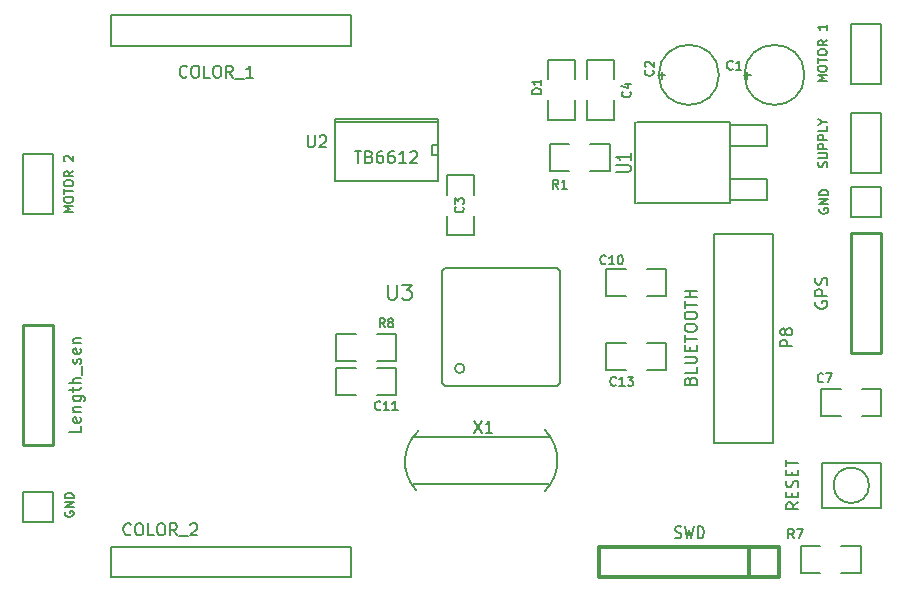
<source format=gto>
G04 (created by PCBNEW (2013-07-07 BZR 4022)-stable) date 09/12/2014 18:13:01*
%MOIN*%
G04 Gerber Fmt 3.4, Leading zero omitted, Abs format*
%FSLAX34Y34*%
G01*
G70*
G90*
G04 APERTURE LIST*
%ADD10C,0.00590551*%
%ADD11C,0.0051*%
%ADD12C,0.005*%
%ADD13C,0.01*%
%ADD14C,0.006*%
%ADD15C,0.012*%
%ADD16C,0.00787402*%
%ADD17C,0.0055*%
%ADD18C,0.008*%
%ADD19C,0.0075*%
G04 APERTURE END LIST*
G54D10*
X91378Y-52716D02*
G75*
G03X91299Y-54684I944J-1023D01*
G74*
G01*
X95590Y-54724D02*
G75*
G03X95590Y-52677I-1023J1023D01*
G74*
G01*
X95728Y-54488D02*
X91200Y-54488D01*
X91200Y-52913D02*
X95728Y-52913D01*
G54D11*
X92039Y-44389D02*
X88589Y-44389D01*
X92039Y-43521D02*
X91839Y-43521D01*
X92039Y-43171D02*
X91839Y-43171D01*
X91839Y-43521D02*
X91839Y-43171D01*
X92039Y-42421D02*
X88589Y-42421D01*
X88589Y-42303D02*
X92039Y-42303D01*
X88589Y-44389D02*
X88589Y-42303D01*
X92039Y-42303D02*
X92039Y-44389D01*
G54D12*
X88645Y-49490D02*
X88645Y-50390D01*
X88645Y-50390D02*
X89295Y-50390D01*
X89995Y-49490D02*
X90645Y-49490D01*
X90645Y-49490D02*
X90645Y-50390D01*
X90645Y-50390D02*
X89995Y-50390D01*
X89295Y-49490D02*
X88645Y-49490D01*
X104807Y-51321D02*
X104807Y-52221D01*
X104807Y-52221D02*
X105457Y-52221D01*
X106157Y-51321D02*
X106807Y-51321D01*
X106807Y-51321D02*
X106807Y-52221D01*
X106807Y-52221D02*
X106157Y-52221D01*
X105457Y-51321D02*
X104807Y-51321D01*
X92325Y-46196D02*
X93225Y-46196D01*
X93225Y-46196D02*
X93225Y-45546D01*
X92325Y-44846D02*
X92325Y-44196D01*
X92325Y-44196D02*
X93225Y-44196D01*
X93225Y-44196D02*
X93225Y-44846D01*
X92325Y-45546D02*
X92325Y-46196D01*
X97890Y-40338D02*
X96990Y-40338D01*
X96990Y-40338D02*
X96990Y-40988D01*
X97890Y-41688D02*
X97890Y-42338D01*
X97890Y-42338D02*
X96990Y-42338D01*
X96990Y-42338D02*
X96990Y-41688D01*
X97890Y-40988D02*
X97890Y-40338D01*
X106118Y-57438D02*
X106118Y-56538D01*
X106118Y-56538D02*
X105468Y-56538D01*
X104768Y-57438D02*
X104118Y-57438D01*
X104118Y-57438D02*
X104118Y-56538D01*
X104118Y-56538D02*
X104768Y-56538D01*
X105468Y-57438D02*
X106118Y-57438D01*
X95711Y-42338D02*
X96611Y-42338D01*
X96611Y-42338D02*
X96611Y-41688D01*
X95711Y-40988D02*
X95711Y-40338D01*
X95711Y-40338D02*
X96611Y-40338D01*
X96611Y-40338D02*
X96611Y-40988D01*
X95711Y-41688D02*
X95711Y-42338D01*
X97751Y-44052D02*
X97751Y-43152D01*
X97751Y-43152D02*
X97101Y-43152D01*
X96401Y-44052D02*
X95751Y-44052D01*
X95751Y-44052D02*
X95751Y-43152D01*
X95751Y-43152D02*
X96401Y-43152D01*
X97101Y-44052D02*
X97751Y-44052D01*
G54D10*
X89133Y-38858D02*
X81141Y-38858D01*
X81141Y-38858D02*
X81141Y-39881D01*
X81141Y-39881D02*
X89133Y-39881D01*
X89133Y-38858D02*
X89133Y-39881D01*
X89133Y-56574D02*
X81141Y-56574D01*
X81141Y-56574D02*
X81141Y-57598D01*
X81141Y-57598D02*
X89133Y-57598D01*
X89133Y-56574D02*
X89133Y-57598D01*
X101220Y-46141D02*
X103188Y-46141D01*
X103188Y-46141D02*
X103188Y-53129D01*
X103188Y-53129D02*
X101220Y-53129D01*
X101220Y-53129D02*
X101220Y-46141D01*
G54D13*
X106799Y-46129D02*
X106799Y-50129D01*
X105799Y-46129D02*
X105799Y-50129D01*
X105799Y-50129D02*
X106799Y-50129D01*
X106799Y-46129D02*
X105799Y-46129D01*
G54D14*
X79200Y-45488D02*
X78200Y-45488D01*
X78200Y-45488D02*
X78200Y-43488D01*
X78200Y-43488D02*
X79200Y-43488D01*
X79200Y-43488D02*
X79200Y-45488D01*
X106799Y-44110D02*
X105799Y-44110D01*
X105799Y-44110D02*
X105799Y-42110D01*
X105799Y-42110D02*
X106799Y-42110D01*
X106799Y-42110D02*
X106799Y-44110D01*
X106799Y-41157D02*
X105799Y-41157D01*
X105799Y-41157D02*
X105799Y-39157D01*
X105799Y-39157D02*
X106799Y-39157D01*
X106799Y-39157D02*
X106799Y-41157D01*
X106799Y-45578D02*
X105799Y-45578D01*
X105799Y-44578D02*
X106799Y-44578D01*
X105799Y-45578D02*
X105799Y-44578D01*
X106799Y-44578D02*
X106799Y-45578D01*
G54D15*
X103393Y-56586D02*
X103393Y-57586D01*
X103393Y-57586D02*
X97393Y-57586D01*
X97393Y-57586D02*
X97393Y-56586D01*
X97393Y-56586D02*
X103393Y-56586D01*
X102393Y-56586D02*
X102393Y-57586D01*
G54D10*
X106397Y-54527D02*
G75*
G03X106397Y-54527I-590J0D01*
G74*
G01*
X104822Y-55275D02*
X104822Y-53779D01*
X104822Y-53779D02*
X106791Y-53779D01*
X106791Y-53779D02*
X106791Y-55275D01*
X106791Y-55275D02*
X104822Y-55275D01*
G54D12*
X101762Y-43229D02*
X103012Y-43229D01*
X103012Y-43229D02*
X103012Y-42529D01*
X103012Y-42529D02*
X101762Y-42529D01*
X101762Y-45029D02*
X103012Y-45029D01*
X103012Y-45029D02*
X103012Y-44329D01*
X103012Y-44329D02*
X101762Y-44329D01*
X99362Y-42429D02*
X101762Y-42429D01*
X101762Y-42429D02*
X101762Y-45129D01*
X101762Y-45129D02*
X98662Y-45129D01*
X98612Y-45129D02*
X98612Y-42429D01*
X98662Y-42429D02*
X99362Y-42429D01*
X101394Y-40846D02*
G75*
G03X101394Y-40846I-1001J0D01*
G74*
G01*
X104249Y-40846D02*
G75*
G03X104249Y-40846I-1001J0D01*
G74*
G01*
G54D13*
X78200Y-53181D02*
X78200Y-49181D01*
X79200Y-53181D02*
X79200Y-49181D01*
X79200Y-49181D02*
X78200Y-49181D01*
X78200Y-53181D02*
X79200Y-53181D01*
G54D16*
X96003Y-51220D02*
X92263Y-51220D01*
X92263Y-51220D02*
X92165Y-51122D01*
X92165Y-51122D02*
X92165Y-47381D01*
X92165Y-47381D02*
X92263Y-47283D01*
X92263Y-47283D02*
X96003Y-47283D01*
X96003Y-47283D02*
X96102Y-47381D01*
X96102Y-47381D02*
X96102Y-51122D01*
X96102Y-51122D02*
X96003Y-51220D01*
X92913Y-50629D02*
G75*
G03X92913Y-50629I-157J0D01*
G74*
G01*
G54D14*
X79200Y-55736D02*
X78200Y-55736D01*
X78200Y-54736D02*
X79200Y-54736D01*
X78200Y-55736D02*
X78200Y-54736D01*
X79200Y-54736D02*
X79200Y-55736D01*
G54D12*
X90645Y-51532D02*
X90645Y-50632D01*
X90645Y-50632D02*
X89995Y-50632D01*
X89295Y-51532D02*
X88645Y-51532D01*
X88645Y-51532D02*
X88645Y-50632D01*
X88645Y-50632D02*
X89295Y-50632D01*
X89995Y-51532D02*
X90645Y-51532D01*
X97641Y-47325D02*
X97641Y-48225D01*
X97641Y-48225D02*
X98291Y-48225D01*
X98991Y-47325D02*
X99641Y-47325D01*
X99641Y-47325D02*
X99641Y-48225D01*
X99641Y-48225D02*
X98991Y-48225D01*
X98291Y-47325D02*
X97641Y-47325D01*
X97641Y-49786D02*
X97641Y-50686D01*
X97641Y-50686D02*
X98291Y-50686D01*
X98991Y-49786D02*
X99641Y-49786D01*
X99641Y-49786D02*
X99641Y-50686D01*
X99641Y-50686D02*
X98991Y-50686D01*
X98291Y-49786D02*
X97641Y-49786D01*
G54D10*
X93224Y-52373D02*
X93487Y-52767D01*
X93487Y-52373D02*
X93224Y-52767D01*
X93843Y-52767D02*
X93618Y-52767D01*
X93730Y-52767D02*
X93730Y-52373D01*
X93693Y-52430D01*
X93655Y-52467D01*
X93618Y-52486D01*
G54D17*
X87691Y-42865D02*
X87691Y-43184D01*
X87710Y-43222D01*
X87729Y-43241D01*
X87766Y-43259D01*
X87842Y-43259D01*
X87879Y-43241D01*
X87898Y-43222D01*
X87917Y-43184D01*
X87917Y-42865D01*
X88085Y-42903D02*
X88104Y-42884D01*
X88142Y-42865D01*
X88236Y-42865D01*
X88273Y-42884D01*
X88292Y-42903D01*
X88311Y-42940D01*
X88311Y-42978D01*
X88292Y-43034D01*
X88067Y-43259D01*
X88311Y-43259D01*
G54D11*
X89254Y-43386D02*
X89480Y-43386D01*
X89367Y-43780D02*
X89367Y-43386D01*
X89742Y-43574D02*
X89799Y-43593D01*
X89817Y-43612D01*
X89836Y-43649D01*
X89836Y-43705D01*
X89817Y-43743D01*
X89799Y-43762D01*
X89761Y-43780D01*
X89611Y-43780D01*
X89611Y-43386D01*
X89742Y-43386D01*
X89780Y-43405D01*
X89799Y-43424D01*
X89817Y-43461D01*
X89817Y-43499D01*
X89799Y-43537D01*
X89780Y-43555D01*
X89742Y-43574D01*
X89611Y-43574D01*
X90174Y-43386D02*
X90099Y-43386D01*
X90061Y-43405D01*
X90042Y-43424D01*
X90005Y-43480D01*
X89986Y-43555D01*
X89986Y-43705D01*
X90005Y-43743D01*
X90024Y-43762D01*
X90061Y-43780D01*
X90136Y-43780D01*
X90174Y-43762D01*
X90193Y-43743D01*
X90211Y-43705D01*
X90211Y-43612D01*
X90193Y-43574D01*
X90174Y-43555D01*
X90136Y-43537D01*
X90061Y-43537D01*
X90024Y-43555D01*
X90005Y-43574D01*
X89986Y-43612D01*
X90549Y-43386D02*
X90474Y-43386D01*
X90436Y-43405D01*
X90418Y-43424D01*
X90380Y-43480D01*
X90361Y-43555D01*
X90361Y-43705D01*
X90380Y-43743D01*
X90399Y-43762D01*
X90436Y-43780D01*
X90511Y-43780D01*
X90549Y-43762D01*
X90568Y-43743D01*
X90587Y-43705D01*
X90587Y-43612D01*
X90568Y-43574D01*
X90549Y-43555D01*
X90511Y-43537D01*
X90436Y-43537D01*
X90399Y-43555D01*
X90380Y-43574D01*
X90361Y-43612D01*
X90962Y-43780D02*
X90737Y-43780D01*
X90849Y-43780D02*
X90849Y-43386D01*
X90812Y-43443D01*
X90774Y-43480D01*
X90737Y-43499D01*
X91112Y-43424D02*
X91131Y-43405D01*
X91168Y-43386D01*
X91262Y-43386D01*
X91299Y-43405D01*
X91318Y-43424D01*
X91337Y-43461D01*
X91337Y-43499D01*
X91318Y-43555D01*
X91093Y-43780D01*
X91337Y-43780D01*
G54D12*
X90255Y-49265D02*
X90155Y-49122D01*
X90083Y-49265D02*
X90083Y-48965D01*
X90197Y-48965D01*
X90226Y-48979D01*
X90240Y-48993D01*
X90255Y-49022D01*
X90255Y-49065D01*
X90240Y-49093D01*
X90226Y-49107D01*
X90197Y-49122D01*
X90083Y-49122D01*
X90426Y-49093D02*
X90397Y-49079D01*
X90383Y-49065D01*
X90369Y-49036D01*
X90369Y-49022D01*
X90383Y-48993D01*
X90397Y-48979D01*
X90426Y-48965D01*
X90483Y-48965D01*
X90512Y-48979D01*
X90526Y-48993D01*
X90540Y-49022D01*
X90540Y-49036D01*
X90526Y-49065D01*
X90512Y-49079D01*
X90483Y-49093D01*
X90426Y-49093D01*
X90397Y-49107D01*
X90383Y-49122D01*
X90369Y-49150D01*
X90369Y-49207D01*
X90383Y-49236D01*
X90397Y-49250D01*
X90426Y-49265D01*
X90483Y-49265D01*
X90512Y-49250D01*
X90526Y-49236D01*
X90540Y-49207D01*
X90540Y-49150D01*
X90526Y-49122D01*
X90512Y-49107D01*
X90483Y-49093D01*
X104871Y-51067D02*
X104856Y-51081D01*
X104814Y-51095D01*
X104785Y-51095D01*
X104742Y-51081D01*
X104714Y-51052D01*
X104699Y-51024D01*
X104685Y-50967D01*
X104685Y-50924D01*
X104699Y-50867D01*
X104714Y-50838D01*
X104742Y-50810D01*
X104785Y-50795D01*
X104814Y-50795D01*
X104856Y-50810D01*
X104871Y-50824D01*
X104971Y-50795D02*
X105171Y-50795D01*
X105042Y-51095D01*
X92868Y-45246D02*
X92882Y-45261D01*
X92897Y-45303D01*
X92897Y-45332D01*
X92882Y-45375D01*
X92854Y-45403D01*
X92825Y-45418D01*
X92768Y-45432D01*
X92725Y-45432D01*
X92668Y-45418D01*
X92639Y-45403D01*
X92611Y-45375D01*
X92597Y-45332D01*
X92597Y-45303D01*
X92611Y-45261D01*
X92625Y-45246D01*
X92597Y-45146D02*
X92597Y-44961D01*
X92711Y-45061D01*
X92711Y-45018D01*
X92725Y-44989D01*
X92739Y-44975D01*
X92768Y-44961D01*
X92839Y-44961D01*
X92868Y-44975D01*
X92882Y-44989D01*
X92897Y-45018D01*
X92897Y-45103D01*
X92882Y-45132D01*
X92868Y-45146D01*
X98429Y-41408D02*
X98443Y-41422D01*
X98458Y-41465D01*
X98458Y-41493D01*
X98443Y-41536D01*
X98415Y-41565D01*
X98386Y-41579D01*
X98329Y-41593D01*
X98286Y-41593D01*
X98229Y-41579D01*
X98200Y-41565D01*
X98172Y-41536D01*
X98158Y-41493D01*
X98158Y-41465D01*
X98172Y-41422D01*
X98186Y-41408D01*
X98258Y-41151D02*
X98458Y-41151D01*
X98143Y-41222D02*
X98358Y-41293D01*
X98358Y-41108D01*
X103887Y-56292D02*
X103787Y-56149D01*
X103715Y-56292D02*
X103715Y-55992D01*
X103829Y-55992D01*
X103858Y-56006D01*
X103872Y-56021D01*
X103887Y-56049D01*
X103887Y-56092D01*
X103872Y-56121D01*
X103858Y-56135D01*
X103829Y-56149D01*
X103715Y-56149D01*
X103987Y-55992D02*
X104187Y-55992D01*
X104058Y-56292D01*
X95475Y-41471D02*
X95175Y-41471D01*
X95175Y-41400D01*
X95190Y-41357D01*
X95218Y-41328D01*
X95247Y-41314D01*
X95304Y-41300D01*
X95347Y-41300D01*
X95404Y-41314D01*
X95432Y-41328D01*
X95461Y-41357D01*
X95475Y-41400D01*
X95475Y-41471D01*
X95475Y-41014D02*
X95475Y-41185D01*
X95475Y-41100D02*
X95175Y-41100D01*
X95218Y-41128D01*
X95247Y-41157D01*
X95261Y-41185D01*
X96042Y-44639D02*
X95942Y-44496D01*
X95871Y-44639D02*
X95871Y-44339D01*
X95985Y-44339D01*
X96013Y-44353D01*
X96028Y-44367D01*
X96042Y-44396D01*
X96042Y-44439D01*
X96028Y-44467D01*
X96013Y-44482D01*
X95985Y-44496D01*
X95871Y-44496D01*
X96328Y-44639D02*
X96156Y-44639D01*
X96242Y-44639D02*
X96242Y-44339D01*
X96213Y-44382D01*
X96185Y-44410D01*
X96156Y-44424D01*
G54D10*
X83661Y-40899D02*
X83642Y-40918D01*
X83586Y-40936D01*
X83548Y-40936D01*
X83492Y-40918D01*
X83455Y-40880D01*
X83436Y-40843D01*
X83417Y-40768D01*
X83417Y-40711D01*
X83436Y-40636D01*
X83455Y-40599D01*
X83492Y-40561D01*
X83548Y-40543D01*
X83586Y-40543D01*
X83642Y-40561D01*
X83661Y-40580D01*
X83905Y-40543D02*
X83980Y-40543D01*
X84017Y-40561D01*
X84055Y-40599D01*
X84073Y-40674D01*
X84073Y-40805D01*
X84055Y-40880D01*
X84017Y-40918D01*
X83980Y-40936D01*
X83905Y-40936D01*
X83867Y-40918D01*
X83830Y-40880D01*
X83811Y-40805D01*
X83811Y-40674D01*
X83830Y-40599D01*
X83867Y-40561D01*
X83905Y-40543D01*
X84430Y-40936D02*
X84242Y-40936D01*
X84242Y-40543D01*
X84636Y-40543D02*
X84711Y-40543D01*
X84748Y-40561D01*
X84786Y-40599D01*
X84805Y-40674D01*
X84805Y-40805D01*
X84786Y-40880D01*
X84748Y-40918D01*
X84711Y-40936D01*
X84636Y-40936D01*
X84598Y-40918D01*
X84561Y-40880D01*
X84542Y-40805D01*
X84542Y-40674D01*
X84561Y-40599D01*
X84598Y-40561D01*
X84636Y-40543D01*
X85198Y-40936D02*
X85067Y-40749D01*
X84973Y-40936D02*
X84973Y-40543D01*
X85123Y-40543D01*
X85161Y-40561D01*
X85179Y-40580D01*
X85198Y-40618D01*
X85198Y-40674D01*
X85179Y-40711D01*
X85161Y-40730D01*
X85123Y-40749D01*
X84973Y-40749D01*
X85273Y-40974D02*
X85573Y-40974D01*
X85873Y-40936D02*
X85648Y-40936D01*
X85761Y-40936D02*
X85761Y-40543D01*
X85723Y-40599D01*
X85686Y-40636D01*
X85648Y-40655D01*
X81791Y-56155D02*
X81772Y-56174D01*
X81716Y-56192D01*
X81678Y-56192D01*
X81622Y-56174D01*
X81585Y-56136D01*
X81566Y-56099D01*
X81547Y-56024D01*
X81547Y-55967D01*
X81566Y-55892D01*
X81585Y-55855D01*
X81622Y-55817D01*
X81678Y-55799D01*
X81716Y-55799D01*
X81772Y-55817D01*
X81791Y-55836D01*
X82035Y-55799D02*
X82110Y-55799D01*
X82147Y-55817D01*
X82185Y-55855D01*
X82203Y-55930D01*
X82203Y-56061D01*
X82185Y-56136D01*
X82147Y-56174D01*
X82110Y-56192D01*
X82035Y-56192D01*
X81997Y-56174D01*
X81960Y-56136D01*
X81941Y-56061D01*
X81941Y-55930D01*
X81960Y-55855D01*
X81997Y-55817D01*
X82035Y-55799D01*
X82559Y-56192D02*
X82372Y-56192D01*
X82372Y-55799D01*
X82766Y-55799D02*
X82841Y-55799D01*
X82878Y-55817D01*
X82916Y-55855D01*
X82934Y-55930D01*
X82934Y-56061D01*
X82916Y-56136D01*
X82878Y-56174D01*
X82841Y-56192D01*
X82766Y-56192D01*
X82728Y-56174D01*
X82691Y-56136D01*
X82672Y-56061D01*
X82672Y-55930D01*
X82691Y-55855D01*
X82728Y-55817D01*
X82766Y-55799D01*
X83328Y-56192D02*
X83197Y-56005D01*
X83103Y-56192D02*
X83103Y-55799D01*
X83253Y-55799D01*
X83291Y-55817D01*
X83309Y-55836D01*
X83328Y-55874D01*
X83328Y-55930D01*
X83309Y-55967D01*
X83291Y-55986D01*
X83253Y-56005D01*
X83103Y-56005D01*
X83403Y-56230D02*
X83703Y-56230D01*
X83778Y-55836D02*
X83797Y-55817D01*
X83834Y-55799D01*
X83928Y-55799D01*
X83966Y-55817D01*
X83984Y-55836D01*
X84003Y-55874D01*
X84003Y-55911D01*
X83984Y-55967D01*
X83759Y-56192D01*
X84003Y-56192D01*
X103840Y-49896D02*
X103446Y-49896D01*
X103446Y-49746D01*
X103465Y-49709D01*
X103484Y-49690D01*
X103521Y-49671D01*
X103577Y-49671D01*
X103615Y-49690D01*
X103634Y-49709D01*
X103652Y-49746D01*
X103652Y-49896D01*
X103615Y-49446D02*
X103596Y-49484D01*
X103577Y-49503D01*
X103540Y-49521D01*
X103521Y-49521D01*
X103484Y-49503D01*
X103465Y-49484D01*
X103446Y-49446D01*
X103446Y-49371D01*
X103465Y-49334D01*
X103484Y-49315D01*
X103521Y-49296D01*
X103540Y-49296D01*
X103577Y-49315D01*
X103596Y-49334D01*
X103615Y-49371D01*
X103615Y-49446D01*
X103634Y-49484D01*
X103652Y-49503D01*
X103690Y-49521D01*
X103765Y-49521D01*
X103802Y-49503D01*
X103821Y-49484D01*
X103840Y-49446D01*
X103840Y-49371D01*
X103821Y-49334D01*
X103802Y-49315D01*
X103765Y-49296D01*
X103690Y-49296D01*
X103652Y-49315D01*
X103634Y-49334D01*
X103615Y-49371D01*
X100445Y-51040D02*
X100464Y-50984D01*
X100482Y-50965D01*
X100520Y-50946D01*
X100576Y-50946D01*
X100613Y-50965D01*
X100632Y-50984D01*
X100651Y-51021D01*
X100651Y-51171D01*
X100257Y-51171D01*
X100257Y-51040D01*
X100276Y-51002D01*
X100295Y-50984D01*
X100332Y-50965D01*
X100370Y-50965D01*
X100407Y-50984D01*
X100426Y-51002D01*
X100445Y-51040D01*
X100445Y-51171D01*
X100651Y-50590D02*
X100651Y-50778D01*
X100257Y-50778D01*
X100257Y-50459D02*
X100576Y-50459D01*
X100613Y-50440D01*
X100632Y-50421D01*
X100651Y-50384D01*
X100651Y-50309D01*
X100632Y-50271D01*
X100613Y-50253D01*
X100576Y-50234D01*
X100257Y-50234D01*
X100445Y-50046D02*
X100445Y-49915D01*
X100651Y-49859D02*
X100651Y-50046D01*
X100257Y-50046D01*
X100257Y-49859D01*
X100257Y-49746D02*
X100257Y-49521D01*
X100651Y-49634D02*
X100257Y-49634D01*
X100257Y-49315D02*
X100257Y-49240D01*
X100276Y-49203D01*
X100314Y-49165D01*
X100389Y-49146D01*
X100520Y-49146D01*
X100595Y-49165D01*
X100632Y-49203D01*
X100651Y-49240D01*
X100651Y-49315D01*
X100632Y-49353D01*
X100595Y-49390D01*
X100520Y-49409D01*
X100389Y-49409D01*
X100314Y-49390D01*
X100276Y-49353D01*
X100257Y-49315D01*
X100257Y-48903D02*
X100257Y-48828D01*
X100276Y-48790D01*
X100314Y-48753D01*
X100389Y-48734D01*
X100520Y-48734D01*
X100595Y-48753D01*
X100632Y-48790D01*
X100651Y-48828D01*
X100651Y-48903D01*
X100632Y-48940D01*
X100595Y-48978D01*
X100520Y-48997D01*
X100389Y-48997D01*
X100314Y-48978D01*
X100276Y-48940D01*
X100257Y-48903D01*
X100257Y-48622D02*
X100257Y-48397D01*
X100651Y-48509D02*
X100257Y-48509D01*
X100651Y-48265D02*
X100257Y-48265D01*
X100445Y-48265D02*
X100445Y-48040D01*
X100651Y-48040D02*
X100257Y-48040D01*
G54D18*
X104633Y-48405D02*
X104614Y-48443D01*
X104614Y-48501D01*
X104633Y-48558D01*
X104671Y-48596D01*
X104709Y-48615D01*
X104785Y-48634D01*
X104842Y-48634D01*
X104919Y-48615D01*
X104957Y-48596D01*
X104995Y-48558D01*
X105014Y-48501D01*
X105014Y-48462D01*
X104995Y-48405D01*
X104976Y-48386D01*
X104842Y-48386D01*
X104842Y-48462D01*
X105014Y-48215D02*
X104614Y-48215D01*
X104614Y-48062D01*
X104633Y-48024D01*
X104652Y-48005D01*
X104690Y-47986D01*
X104747Y-47986D01*
X104785Y-48005D01*
X104804Y-48024D01*
X104823Y-48062D01*
X104823Y-48215D01*
X104995Y-47834D02*
X105014Y-47777D01*
X105014Y-47681D01*
X104995Y-47643D01*
X104976Y-47624D01*
X104938Y-47605D01*
X104899Y-47605D01*
X104861Y-47624D01*
X104842Y-47643D01*
X104823Y-47681D01*
X104804Y-47758D01*
X104785Y-47796D01*
X104766Y-47815D01*
X104728Y-47834D01*
X104690Y-47834D01*
X104652Y-47815D01*
X104633Y-47796D01*
X104614Y-47758D01*
X104614Y-47662D01*
X104633Y-47605D01*
G54D14*
X79865Y-45433D02*
X79565Y-45433D01*
X79779Y-45333D01*
X79565Y-45233D01*
X79865Y-45233D01*
X79565Y-45033D02*
X79565Y-44976D01*
X79579Y-44948D01*
X79608Y-44919D01*
X79665Y-44905D01*
X79765Y-44905D01*
X79822Y-44919D01*
X79851Y-44948D01*
X79865Y-44976D01*
X79865Y-45033D01*
X79851Y-45062D01*
X79822Y-45090D01*
X79765Y-45105D01*
X79665Y-45105D01*
X79608Y-45090D01*
X79579Y-45062D01*
X79565Y-45033D01*
X79565Y-44819D02*
X79565Y-44648D01*
X79865Y-44733D02*
X79565Y-44733D01*
X79565Y-44490D02*
X79565Y-44433D01*
X79579Y-44405D01*
X79608Y-44376D01*
X79665Y-44362D01*
X79765Y-44362D01*
X79822Y-44376D01*
X79851Y-44405D01*
X79865Y-44433D01*
X79865Y-44490D01*
X79851Y-44519D01*
X79822Y-44548D01*
X79765Y-44562D01*
X79665Y-44562D01*
X79608Y-44548D01*
X79579Y-44519D01*
X79565Y-44490D01*
X79865Y-44062D02*
X79722Y-44162D01*
X79865Y-44233D02*
X79565Y-44233D01*
X79565Y-44119D01*
X79579Y-44090D01*
X79594Y-44076D01*
X79622Y-44062D01*
X79665Y-44062D01*
X79694Y-44076D01*
X79708Y-44090D01*
X79722Y-44119D01*
X79722Y-44233D01*
X79594Y-43719D02*
X79579Y-43705D01*
X79565Y-43676D01*
X79565Y-43605D01*
X79579Y-43576D01*
X79594Y-43562D01*
X79622Y-43548D01*
X79651Y-43548D01*
X79694Y-43562D01*
X79865Y-43733D01*
X79865Y-43548D01*
X104998Y-43922D02*
X105013Y-43879D01*
X105013Y-43808D01*
X104998Y-43779D01*
X104984Y-43765D01*
X104956Y-43751D01*
X104927Y-43751D01*
X104898Y-43765D01*
X104884Y-43779D01*
X104870Y-43808D01*
X104856Y-43865D01*
X104841Y-43894D01*
X104827Y-43908D01*
X104798Y-43922D01*
X104770Y-43922D01*
X104741Y-43908D01*
X104727Y-43894D01*
X104713Y-43865D01*
X104713Y-43794D01*
X104727Y-43751D01*
X104713Y-43622D02*
X104956Y-43622D01*
X104984Y-43608D01*
X104998Y-43594D01*
X105013Y-43565D01*
X105013Y-43508D01*
X104998Y-43479D01*
X104984Y-43465D01*
X104956Y-43451D01*
X104713Y-43451D01*
X105013Y-43308D02*
X104713Y-43308D01*
X104713Y-43194D01*
X104727Y-43165D01*
X104741Y-43151D01*
X104770Y-43137D01*
X104813Y-43137D01*
X104841Y-43151D01*
X104856Y-43165D01*
X104870Y-43194D01*
X104870Y-43308D01*
X105013Y-43008D02*
X104713Y-43008D01*
X104713Y-42894D01*
X104727Y-42865D01*
X104741Y-42851D01*
X104770Y-42837D01*
X104813Y-42837D01*
X104841Y-42851D01*
X104856Y-42865D01*
X104870Y-42894D01*
X104870Y-43008D01*
X105013Y-42565D02*
X105013Y-42708D01*
X104713Y-42708D01*
X104870Y-42408D02*
X105013Y-42408D01*
X104713Y-42508D02*
X104870Y-42408D01*
X104713Y-42308D01*
X104993Y-41063D02*
X104693Y-41063D01*
X104907Y-40963D01*
X104693Y-40863D01*
X104993Y-40863D01*
X104693Y-40663D02*
X104693Y-40606D01*
X104707Y-40577D01*
X104736Y-40549D01*
X104793Y-40535D01*
X104893Y-40535D01*
X104950Y-40549D01*
X104979Y-40577D01*
X104993Y-40606D01*
X104993Y-40663D01*
X104979Y-40692D01*
X104950Y-40720D01*
X104893Y-40735D01*
X104793Y-40735D01*
X104736Y-40720D01*
X104707Y-40692D01*
X104693Y-40663D01*
X104693Y-40449D02*
X104693Y-40277D01*
X104993Y-40363D02*
X104693Y-40363D01*
X104693Y-40120D02*
X104693Y-40063D01*
X104707Y-40035D01*
X104736Y-40006D01*
X104793Y-39992D01*
X104893Y-39992D01*
X104950Y-40006D01*
X104979Y-40035D01*
X104993Y-40063D01*
X104993Y-40120D01*
X104979Y-40149D01*
X104950Y-40177D01*
X104893Y-40192D01*
X104793Y-40192D01*
X104736Y-40177D01*
X104707Y-40149D01*
X104693Y-40120D01*
X104993Y-39692D02*
X104850Y-39792D01*
X104993Y-39863D02*
X104693Y-39863D01*
X104693Y-39749D01*
X104707Y-39720D01*
X104722Y-39706D01*
X104750Y-39692D01*
X104793Y-39692D01*
X104822Y-39706D01*
X104836Y-39720D01*
X104850Y-39749D01*
X104850Y-39863D01*
X104993Y-39177D02*
X104993Y-39349D01*
X104993Y-39263D02*
X104693Y-39263D01*
X104736Y-39292D01*
X104764Y-39320D01*
X104779Y-39349D01*
X104756Y-45307D02*
X104742Y-45335D01*
X104742Y-45378D01*
X104756Y-45421D01*
X104785Y-45450D01*
X104814Y-45464D01*
X104871Y-45478D01*
X104914Y-45478D01*
X104971Y-45464D01*
X104999Y-45450D01*
X105028Y-45421D01*
X105042Y-45378D01*
X105042Y-45350D01*
X105028Y-45307D01*
X105014Y-45293D01*
X104914Y-45293D01*
X104914Y-45350D01*
X105042Y-45164D02*
X104742Y-45164D01*
X105042Y-44993D01*
X104742Y-44993D01*
X105042Y-44850D02*
X104742Y-44850D01*
X104742Y-44778D01*
X104756Y-44735D01*
X104785Y-44707D01*
X104814Y-44693D01*
X104871Y-44678D01*
X104914Y-44678D01*
X104971Y-44693D01*
X104999Y-44707D01*
X105028Y-44735D01*
X105042Y-44778D01*
X105042Y-44850D01*
G54D18*
X99938Y-56274D02*
X99988Y-56293D01*
X100071Y-56293D01*
X100105Y-56274D01*
X100121Y-56255D01*
X100138Y-56217D01*
X100138Y-56179D01*
X100121Y-56141D01*
X100105Y-56122D01*
X100071Y-56103D01*
X100005Y-56084D01*
X99971Y-56065D01*
X99955Y-56046D01*
X99938Y-56008D01*
X99938Y-55969D01*
X99955Y-55931D01*
X99971Y-55912D01*
X100005Y-55893D01*
X100088Y-55893D01*
X100138Y-55912D01*
X100255Y-55893D02*
X100338Y-56293D01*
X100405Y-56008D01*
X100471Y-56293D01*
X100555Y-55893D01*
X100688Y-56293D02*
X100688Y-55893D01*
X100771Y-55893D01*
X100821Y-55912D01*
X100855Y-55950D01*
X100871Y-55989D01*
X100888Y-56065D01*
X100888Y-56122D01*
X100871Y-56198D01*
X100855Y-56236D01*
X100821Y-56274D01*
X100771Y-56293D01*
X100688Y-56293D01*
G54D10*
X104037Y-55099D02*
X103849Y-55230D01*
X104037Y-55324D02*
X103643Y-55324D01*
X103643Y-55174D01*
X103662Y-55136D01*
X103681Y-55118D01*
X103718Y-55099D01*
X103774Y-55099D01*
X103812Y-55118D01*
X103831Y-55136D01*
X103849Y-55174D01*
X103849Y-55324D01*
X103831Y-54930D02*
X103831Y-54799D01*
X104037Y-54743D02*
X104037Y-54930D01*
X103643Y-54930D01*
X103643Y-54743D01*
X104018Y-54593D02*
X104037Y-54536D01*
X104037Y-54443D01*
X104018Y-54405D01*
X103999Y-54386D01*
X103962Y-54368D01*
X103924Y-54368D01*
X103887Y-54386D01*
X103868Y-54405D01*
X103849Y-54443D01*
X103831Y-54518D01*
X103812Y-54555D01*
X103793Y-54574D01*
X103756Y-54593D01*
X103718Y-54593D01*
X103681Y-54574D01*
X103662Y-54555D01*
X103643Y-54518D01*
X103643Y-54424D01*
X103662Y-54368D01*
X103831Y-54199D02*
X103831Y-54068D01*
X104037Y-54011D02*
X104037Y-54199D01*
X103643Y-54199D01*
X103643Y-54011D01*
X103643Y-53899D02*
X103643Y-53674D01*
X104037Y-53787D02*
X103643Y-53787D01*
G54D18*
X97964Y-44084D02*
X98369Y-44084D01*
X98416Y-44065D01*
X98440Y-44046D01*
X98464Y-44008D01*
X98464Y-43931D01*
X98440Y-43893D01*
X98416Y-43874D01*
X98369Y-43855D01*
X97964Y-43855D01*
X98464Y-43455D02*
X98464Y-43684D01*
X98464Y-43570D02*
X97964Y-43570D01*
X98036Y-43608D01*
X98083Y-43646D01*
X98107Y-43684D01*
G54D12*
X99197Y-40689D02*
X99211Y-40704D01*
X99225Y-40746D01*
X99225Y-40775D01*
X99211Y-40818D01*
X99182Y-40846D01*
X99154Y-40861D01*
X99097Y-40875D01*
X99054Y-40875D01*
X98997Y-40861D01*
X98968Y-40846D01*
X98940Y-40818D01*
X98925Y-40775D01*
X98925Y-40746D01*
X98940Y-40704D01*
X98954Y-40689D01*
X98954Y-40575D02*
X98940Y-40561D01*
X98925Y-40532D01*
X98925Y-40461D01*
X98940Y-40432D01*
X98954Y-40418D01*
X98982Y-40404D01*
X99011Y-40404D01*
X99054Y-40418D01*
X99225Y-40589D01*
X99225Y-40404D01*
G54D19*
X99379Y-40853D02*
X99607Y-40853D01*
X99493Y-40967D02*
X99493Y-40739D01*
G54D18*
G54D12*
X101849Y-40644D02*
X101835Y-40658D01*
X101792Y-40672D01*
X101763Y-40672D01*
X101721Y-40658D01*
X101692Y-40629D01*
X101678Y-40601D01*
X101663Y-40544D01*
X101663Y-40501D01*
X101678Y-40444D01*
X101692Y-40415D01*
X101721Y-40386D01*
X101763Y-40372D01*
X101792Y-40372D01*
X101835Y-40386D01*
X101849Y-40401D01*
X102135Y-40672D02*
X101963Y-40672D01*
X102049Y-40672D02*
X102049Y-40372D01*
X102021Y-40415D01*
X101992Y-40444D01*
X101963Y-40458D01*
G54D19*
X102233Y-40853D02*
X102462Y-40853D01*
X102348Y-40967D02*
X102348Y-40739D01*
G54D18*
X80132Y-52552D02*
X80132Y-52743D01*
X79732Y-52743D01*
X80113Y-52266D02*
X80132Y-52304D01*
X80132Y-52381D01*
X80113Y-52419D01*
X80075Y-52438D01*
X79922Y-52438D01*
X79884Y-52419D01*
X79865Y-52381D01*
X79865Y-52304D01*
X79884Y-52266D01*
X79922Y-52247D01*
X79960Y-52247D01*
X79999Y-52438D01*
X79865Y-52076D02*
X80132Y-52076D01*
X79903Y-52076D02*
X79884Y-52057D01*
X79865Y-52019D01*
X79865Y-51962D01*
X79884Y-51923D01*
X79922Y-51904D01*
X80132Y-51904D01*
X79865Y-51543D02*
X80189Y-51543D01*
X80227Y-51562D01*
X80246Y-51581D01*
X80265Y-51619D01*
X80265Y-51676D01*
X80246Y-51714D01*
X80113Y-51543D02*
X80132Y-51581D01*
X80132Y-51657D01*
X80113Y-51695D01*
X80094Y-51714D01*
X80056Y-51733D01*
X79941Y-51733D01*
X79903Y-51714D01*
X79884Y-51695D01*
X79865Y-51657D01*
X79865Y-51581D01*
X79884Y-51543D01*
X79865Y-51409D02*
X79865Y-51257D01*
X79732Y-51352D02*
X80075Y-51352D01*
X80113Y-51333D01*
X80132Y-51295D01*
X80132Y-51257D01*
X80132Y-51123D02*
X79732Y-51123D01*
X80132Y-50952D02*
X79922Y-50952D01*
X79884Y-50971D01*
X79865Y-51009D01*
X79865Y-51066D01*
X79884Y-51104D01*
X79903Y-51123D01*
X80170Y-50857D02*
X80170Y-50552D01*
X80113Y-50476D02*
X80132Y-50438D01*
X80132Y-50362D01*
X80113Y-50323D01*
X80075Y-50304D01*
X80056Y-50304D01*
X80018Y-50323D01*
X79999Y-50362D01*
X79999Y-50419D01*
X79979Y-50457D01*
X79941Y-50476D01*
X79922Y-50476D01*
X79884Y-50457D01*
X79865Y-50419D01*
X79865Y-50362D01*
X79884Y-50323D01*
X80113Y-49981D02*
X80132Y-50019D01*
X80132Y-50095D01*
X80113Y-50133D01*
X80075Y-50152D01*
X79922Y-50152D01*
X79884Y-50133D01*
X79865Y-50095D01*
X79865Y-50019D01*
X79884Y-49981D01*
X79922Y-49962D01*
X79960Y-49962D01*
X79999Y-50152D01*
X79865Y-49790D02*
X80132Y-49790D01*
X79903Y-49790D02*
X79884Y-49771D01*
X79865Y-49733D01*
X79865Y-49676D01*
X79884Y-49638D01*
X79922Y-49619D01*
X80132Y-49619D01*
G54D16*
X90367Y-47842D02*
X90367Y-48246D01*
X90390Y-48294D01*
X90414Y-48318D01*
X90462Y-48342D01*
X90557Y-48342D01*
X90605Y-48318D01*
X90628Y-48294D01*
X90652Y-48246D01*
X90652Y-47842D01*
X90843Y-47842D02*
X91152Y-47842D01*
X90986Y-48032D01*
X91057Y-48032D01*
X91105Y-48056D01*
X91128Y-48080D01*
X91152Y-48127D01*
X91152Y-48246D01*
X91128Y-48294D01*
X91105Y-48318D01*
X91057Y-48342D01*
X90914Y-48342D01*
X90867Y-48318D01*
X90843Y-48294D01*
G54D14*
X79599Y-55405D02*
X79585Y-55434D01*
X79585Y-55477D01*
X79599Y-55520D01*
X79628Y-55548D01*
X79656Y-55562D01*
X79713Y-55577D01*
X79756Y-55577D01*
X79813Y-55562D01*
X79842Y-55548D01*
X79870Y-55520D01*
X79885Y-55477D01*
X79885Y-55448D01*
X79870Y-55405D01*
X79856Y-55391D01*
X79756Y-55391D01*
X79756Y-55448D01*
X79885Y-55262D02*
X79585Y-55262D01*
X79885Y-55091D01*
X79585Y-55091D01*
X79885Y-54948D02*
X79585Y-54948D01*
X79585Y-54877D01*
X79599Y-54834D01*
X79628Y-54805D01*
X79656Y-54791D01*
X79713Y-54777D01*
X79756Y-54777D01*
X79813Y-54791D01*
X79842Y-54805D01*
X79870Y-54834D01*
X79885Y-54877D01*
X79885Y-54948D01*
G54D12*
X90112Y-51992D02*
X90097Y-52006D01*
X90055Y-52021D01*
X90026Y-52021D01*
X89983Y-52006D01*
X89955Y-51978D01*
X89940Y-51949D01*
X89926Y-51892D01*
X89926Y-51849D01*
X89940Y-51792D01*
X89955Y-51763D01*
X89983Y-51735D01*
X90026Y-51721D01*
X90055Y-51721D01*
X90097Y-51735D01*
X90112Y-51749D01*
X90397Y-52021D02*
X90226Y-52021D01*
X90312Y-52021D02*
X90312Y-51721D01*
X90283Y-51763D01*
X90255Y-51792D01*
X90226Y-51806D01*
X90683Y-52021D02*
X90512Y-52021D01*
X90597Y-52021D02*
X90597Y-51721D01*
X90569Y-51763D01*
X90540Y-51792D01*
X90512Y-51806D01*
X97622Y-47130D02*
X97607Y-47144D01*
X97564Y-47158D01*
X97536Y-47158D01*
X97493Y-47144D01*
X97464Y-47115D01*
X97450Y-47087D01*
X97436Y-47030D01*
X97436Y-46987D01*
X97450Y-46930D01*
X97464Y-46901D01*
X97493Y-46873D01*
X97536Y-46858D01*
X97564Y-46858D01*
X97607Y-46873D01*
X97622Y-46887D01*
X97907Y-47158D02*
X97736Y-47158D01*
X97822Y-47158D02*
X97822Y-46858D01*
X97793Y-46901D01*
X97764Y-46930D01*
X97736Y-46944D01*
X98093Y-46858D02*
X98122Y-46858D01*
X98150Y-46873D01*
X98164Y-46887D01*
X98179Y-46915D01*
X98193Y-46973D01*
X98193Y-47044D01*
X98179Y-47101D01*
X98164Y-47130D01*
X98150Y-47144D01*
X98122Y-47158D01*
X98093Y-47158D01*
X98064Y-47144D01*
X98050Y-47130D01*
X98036Y-47101D01*
X98022Y-47044D01*
X98022Y-46973D01*
X98036Y-46915D01*
X98050Y-46887D01*
X98064Y-46873D01*
X98093Y-46858D01*
X97966Y-51185D02*
X97952Y-51199D01*
X97909Y-51213D01*
X97880Y-51213D01*
X97838Y-51199D01*
X97809Y-51171D01*
X97795Y-51142D01*
X97780Y-51085D01*
X97780Y-51042D01*
X97795Y-50985D01*
X97809Y-50956D01*
X97838Y-50928D01*
X97880Y-50913D01*
X97909Y-50913D01*
X97952Y-50928D01*
X97966Y-50942D01*
X98252Y-51213D02*
X98080Y-51213D01*
X98166Y-51213D02*
X98166Y-50913D01*
X98138Y-50956D01*
X98109Y-50985D01*
X98080Y-50999D01*
X98352Y-50913D02*
X98538Y-50913D01*
X98438Y-51028D01*
X98480Y-51028D01*
X98509Y-51042D01*
X98523Y-51056D01*
X98538Y-51085D01*
X98538Y-51156D01*
X98523Y-51185D01*
X98509Y-51199D01*
X98480Y-51213D01*
X98395Y-51213D01*
X98366Y-51199D01*
X98352Y-51185D01*
M02*

</source>
